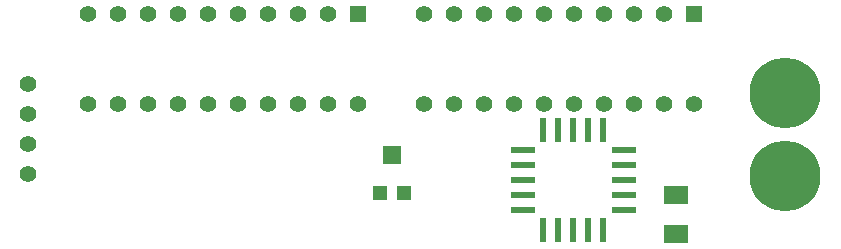
<source format=gts>
G04 (created by PCBNEW (2013-may-18)-stable) date Thu Jun 15 09:17:52 2017*
%MOIN*%
G04 Gerber Fmt 3.4, Leading zero omitted, Abs format*
%FSLAX34Y34*%
G01*
G70*
G90*
G04 APERTURE LIST*
%ADD10C,0.00590551*%
%ADD11R,0.08X0.06*%
%ADD12C,0.23622*%
%ADD13R,0.0472441X0.0472441*%
%ADD14R,0.0629921X0.0590551*%
%ADD15R,0.0787402X0.023622*%
%ADD16R,0.023622X0.0787402*%
%ADD17R,0.055X0.055*%
%ADD18C,0.055*%
G04 APERTURE END LIST*
G54D10*
G54D11*
X31338Y-12953D03*
X31338Y-11653D03*
G54D12*
X35000Y-11003D03*
X35000Y-8248D03*
G54D13*
X21496Y-11594D03*
X22283Y-11594D03*
G54D14*
X21889Y-10314D03*
G54D15*
X26259Y-11161D03*
X26259Y-11661D03*
X26259Y-12161D03*
X26259Y-10661D03*
X26259Y-10161D03*
X29606Y-12161D03*
X29606Y-11661D03*
X29606Y-11161D03*
X29606Y-10661D03*
X29606Y-10161D03*
G54D16*
X26933Y-12834D03*
X27433Y-12834D03*
X27933Y-12834D03*
X28433Y-12834D03*
X28933Y-12834D03*
X28933Y-9488D03*
X28433Y-9488D03*
X27933Y-9488D03*
X27433Y-9488D03*
X26933Y-9488D03*
G54D17*
X20740Y-5606D03*
G54D18*
X19740Y-5606D03*
X18740Y-5606D03*
X17740Y-5606D03*
X16740Y-5606D03*
X15740Y-5606D03*
X14740Y-5606D03*
X13740Y-5606D03*
X12740Y-5606D03*
X11740Y-5606D03*
X11740Y-8606D03*
X12740Y-8606D03*
X13740Y-8606D03*
X14740Y-8606D03*
X15740Y-8606D03*
X16740Y-8606D03*
X17740Y-8606D03*
X18740Y-8606D03*
X19740Y-8606D03*
X20740Y-8606D03*
G54D17*
X31940Y-5606D03*
G54D18*
X30940Y-5606D03*
X29940Y-5606D03*
X28940Y-5606D03*
X27940Y-5606D03*
X26940Y-5606D03*
X25940Y-5606D03*
X24940Y-5606D03*
X23940Y-5606D03*
X22940Y-5606D03*
X22940Y-8606D03*
X23940Y-8606D03*
X24940Y-8606D03*
X25940Y-8606D03*
X26940Y-8606D03*
X27940Y-8606D03*
X28940Y-8606D03*
X29940Y-8606D03*
X30940Y-8606D03*
X31940Y-8606D03*
X9763Y-7964D03*
X9763Y-8964D03*
X9763Y-9952D03*
X9763Y-10952D03*
M02*

</source>
